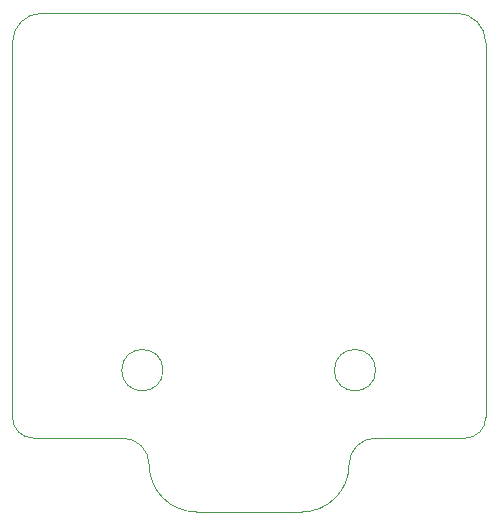
<source format=gbr>
%TF.GenerationSoftware,KiCad,Pcbnew,(7.0.0)*%
%TF.CreationDate,2024-02-07T11:39:00-06:00*%
%TF.ProjectId,16f15313,31366631-3533-4313-932e-6b696361645f,rev?*%
%TF.SameCoordinates,Original*%
%TF.FileFunction,Profile,NP*%
%FSLAX46Y46*%
G04 Gerber Fmt 4.6, Leading zero omitted, Abs format (unit mm)*
G04 Created by KiCad (PCBNEW (7.0.0)) date 2024-02-07 11:39:00*
%MOMM*%
%LPD*%
G01*
G04 APERTURE LIST*
%TA.AperFunction,Profile*%
%ADD10C,0.100000*%
%TD*%
G04 APERTURE END LIST*
D10*
X122828400Y-118500000D02*
G75*
G03*
X126828427Y-122500000I4000000J0D01*
G01*
X151328434Y-82767766D02*
G75*
G03*
X148828426Y-80267766I-2500034J-34D01*
G01*
X111250000Y-114500000D02*
X111250000Y-82767767D01*
X126828427Y-122500000D02*
X131250000Y-122500000D01*
X111250000Y-114500000D02*
G75*
G03*
X113000000Y-116250000I1750000J0D01*
G01*
X120578427Y-116250000D02*
X113000000Y-116250000D01*
X113750000Y-80267767D02*
X148828426Y-80267766D01*
X113750000Y-80267800D02*
G75*
G03*
X111250000Y-82767767I0J-2500000D01*
G01*
X122828400Y-118500000D02*
G75*
G03*
X120578427Y-116250000I-2250000J0D01*
G01*
X135749999Y-122499999D02*
G75*
G03*
X139749999Y-118499999I1J3999999D01*
G01*
X142000000Y-110500000D02*
G75*
G03*
X142000000Y-110500000I-1750000J0D01*
G01*
X149578426Y-116250026D02*
G75*
G03*
X151328426Y-114499999I-26J1750026D01*
G01*
X124000000Y-110500000D02*
G75*
G03*
X124000000Y-110500000I-1750000J0D01*
G01*
X151328426Y-114499999D02*
X151328426Y-82767766D01*
X141999999Y-116249999D02*
X149578426Y-116249999D01*
X141999999Y-116249999D02*
G75*
G03*
X139749999Y-118499999I1J-2250001D01*
G01*
X135749999Y-122499999D02*
X131250000Y-122500000D01*
M02*

</source>
